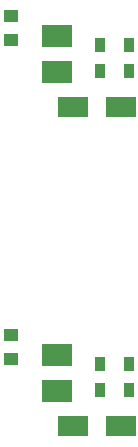
<source format=gbp>
%MOIN*%
%OFA0B0*%
%FSLAX46Y46*%
%IPPOS*%
%LPD*%
%ADD10C,0.0039370078740157488*%
%ADD21C,0.0039370078740157488*%
%ADD22R,0.035433070866141732X0.047244094488188976*%
%ADD23R,0.0984X0.0709*%
%ADD24R,0.049212598425196853X0.03937007874015748*%
%ADD25R,0.0984X0.076800000000000007*%
%ADD36C,0.0039370078740157488*%
%ADD47C,0.0039370078740157488*%
%ADD48R,0.035433070866141732X0.047244094488188976*%
%ADD49R,0.0984X0.0709*%
%ADD50R,0.049212598425196853X0.03937007874015748*%
%ADD51R,0.0984X0.076800000000000007*%
%LPD*%
G01*
D10*
G01*
D21*
D22*
X-0004566929Y0004842519D02*
X0002204305Y0000484222D03*
X0002204305Y0000570837D03*
X0002109817Y0000570837D03*
X0002109817Y0000484222D03*
D23*
X0002176706Y0000364144D03*
X0002019305Y0000364144D03*
D24*
X0001810605Y0000665325D03*
X0001810605Y0000586585D03*
D25*
X0001964147Y0000599341D03*
X0001964147Y0000479341D03*
G04 next file*
%LPD*%
G01*
D36*
G04 next file*
G04 #@! TF.FileFunction,Paste,Bot*
G04 Gerber Fmt 4.6, Leading zero omitted, Abs format (unit mm)*
G04 Created by KiCad (PCBNEW 4.0.7) date 04/30/18 07:14:38*
G01*
G04 APERTURE LIST*
G04 APERTURE END LIST*
D47*
D48*
X-0004566929Y0005905510D02*
X0002204305Y0001547215D03*
X0002204305Y0001633829D03*
X0002109817Y0001633829D03*
X0002109817Y0001547215D03*
D49*
X0002176706Y0001427136D03*
X0002019305Y0001427136D03*
D50*
X0001810605Y0001728317D03*
X0001810605Y0001649577D03*
D51*
X0001964147Y0001662333D03*
X0001964147Y0001542333D03*
M02*
</source>
